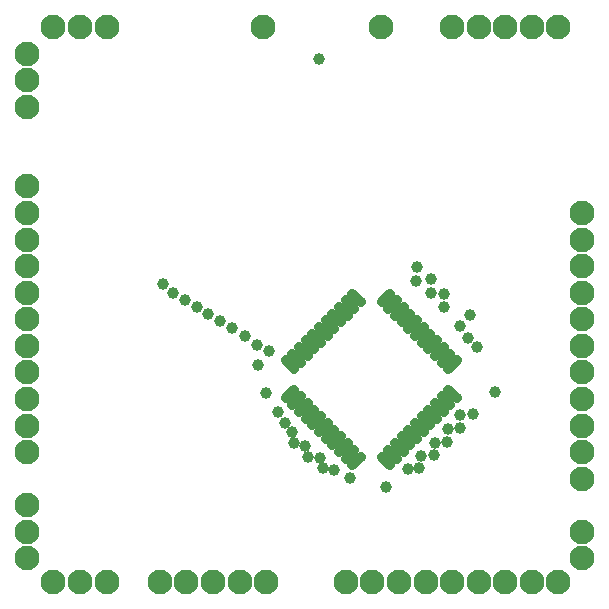
<source format=gbr>
G04 #@! TF.FileFunction,Soldermask,Bot*
%FSLAX46Y46*%
G04 Gerber Fmt 4.6, Leading zero omitted, Abs format (unit mm)*
G04 Created by KiCad (PCBNEW 4.0.1-stable) date Friday, September 23, 2016 'AMt' 01:17:15 AM*
%MOMM*%
G01*
G04 APERTURE LIST*
%ADD10C,0.100000*%
%ADD11C,0.850000*%
%ADD12C,1.000000*%
%ADD13C,2.100000*%
G04 APERTURE END LIST*
D10*
D11*
X124141076Y-75479658D02*
X123398614Y-74737196D01*
X124706761Y-74913973D02*
X123964299Y-74171511D01*
X125272447Y-74348287D02*
X124529985Y-73605825D01*
X125838132Y-73782602D02*
X125095670Y-73040140D01*
X126403818Y-73216916D02*
X125661356Y-72474454D01*
X126969503Y-72651231D02*
X126227041Y-71908769D01*
X127535188Y-72085546D02*
X126792726Y-71343084D01*
X128100874Y-71519860D02*
X127358412Y-70777398D01*
X128666559Y-70954175D02*
X127924097Y-70211713D01*
X129232245Y-70388489D02*
X128489783Y-69646027D01*
X129797930Y-69822804D02*
X129055468Y-69080342D01*
X132272804Y-69080342D02*
X131530342Y-69822804D01*
X132838489Y-69646027D02*
X132096027Y-70388489D01*
X133404175Y-70211713D02*
X132661713Y-70954175D01*
X133969860Y-70777398D02*
X133227398Y-71519860D01*
X134535546Y-71343084D02*
X133793084Y-72085546D01*
X135101231Y-71908769D02*
X134358769Y-72651231D01*
X135666916Y-72474454D02*
X134924454Y-73216916D01*
X136232602Y-73040140D02*
X135490140Y-73782602D01*
X136798287Y-73605825D02*
X136055825Y-74348287D01*
X137363973Y-74171511D02*
X136621511Y-74913973D01*
X137929658Y-74737196D02*
X137187196Y-75479658D01*
X137929658Y-77954532D02*
X137187196Y-77212070D01*
X137363973Y-78520217D02*
X136621511Y-77777755D01*
X136798287Y-79085903D02*
X136055825Y-78343441D01*
X136232602Y-79651588D02*
X135490140Y-78909126D01*
X135666916Y-80217274D02*
X134924454Y-79474812D01*
X135101231Y-80782959D02*
X134358769Y-80040497D01*
X134535546Y-81348644D02*
X133793084Y-80606182D01*
X133969860Y-81914330D02*
X133227398Y-81171868D01*
X133404175Y-82480015D02*
X132661713Y-81737553D01*
X132838489Y-83045701D02*
X132096027Y-82303239D01*
X132272804Y-83611386D02*
X131530342Y-82868924D01*
X129797930Y-82868924D02*
X129055468Y-83611386D01*
X129232245Y-82303239D02*
X128489783Y-83045701D01*
X128666559Y-81737553D02*
X127924097Y-82480015D01*
X128100874Y-81171868D02*
X127358412Y-81914330D01*
X127535188Y-80606182D02*
X126792726Y-81348644D01*
X126969503Y-80040497D02*
X126227041Y-80782959D01*
X126403818Y-79474812D02*
X125661356Y-80217274D01*
X125838132Y-78909126D02*
X125095670Y-79651588D01*
X125272447Y-78343441D02*
X124529985Y-79085903D01*
X124706761Y-77777755D02*
X123964299Y-78520217D01*
X124141076Y-77212070D02*
X123398614Y-77954532D01*
D12*
X126250000Y-49250000D03*
X126250000Y-49250000D03*
D13*
X121500000Y-46500000D03*
X131500000Y-46500000D03*
D12*
X113050000Y-68253146D03*
X113875000Y-69000000D03*
X114925000Y-69600000D03*
X115900000Y-70200000D03*
X116800000Y-70800000D03*
X117825000Y-71400000D03*
X118850000Y-72000000D03*
X119950000Y-72700000D03*
X120975000Y-73395508D03*
X122000000Y-73961193D03*
X121075000Y-75100000D03*
X134493146Y-66850000D03*
X134449517Y-68025000D03*
X135730887Y-67875000D03*
X135675000Y-69062258D03*
X136800000Y-69068629D03*
X136775000Y-70225000D03*
X139000000Y-70900000D03*
X138200000Y-71800000D03*
X138875000Y-72800000D03*
X139600000Y-73600000D03*
X141125000Y-77375000D03*
X139296854Y-79300000D03*
X138200000Y-79334517D03*
X138175000Y-80440887D03*
X137177742Y-80575000D03*
X137096371Y-81625000D03*
X136090000Y-81750000D03*
X135975000Y-82766371D03*
X134855530Y-82800000D03*
X134724160Y-83800000D03*
X133800000Y-83900000D03*
X131872082Y-85450000D03*
X128875000Y-84725000D03*
X127525000Y-84000483D03*
X126529112Y-83875000D03*
X126275000Y-82997742D03*
X125266370Y-82875000D03*
X125025000Y-81975000D03*
X124150000Y-81725000D03*
X123925000Y-80822258D03*
X123350000Y-80000000D03*
X122750000Y-79100000D03*
X121750000Y-77532082D03*
D13*
X101500000Y-53250000D03*
X146500000Y-93500000D03*
X146500000Y-46500000D03*
X144250000Y-93500000D03*
X144250000Y-46500000D03*
X142000000Y-93500000D03*
X142000000Y-46500000D03*
X139750000Y-93500000D03*
X139750000Y-46500000D03*
X137500000Y-93500000D03*
X137500000Y-46500000D03*
X135250000Y-93500000D03*
X133000000Y-93500000D03*
X130750000Y-93500000D03*
X128500000Y-93500000D03*
X121750000Y-93500000D03*
X119500000Y-93500000D03*
X117250000Y-93500000D03*
X115000000Y-93500000D03*
X112750000Y-93500000D03*
X108250000Y-93500000D03*
X108250000Y-46500000D03*
X106000000Y-93500000D03*
X106000000Y-46500000D03*
X103750000Y-93500000D03*
X103750000Y-46500000D03*
X101500000Y-91500000D03*
X148500000Y-91500000D03*
X148500000Y-89250000D03*
X148500000Y-84750000D03*
X148500000Y-82500000D03*
X148500000Y-80250000D03*
X148500000Y-78000000D03*
X148500000Y-75750000D03*
X148500000Y-73500000D03*
X148500000Y-71250000D03*
X148500000Y-69000000D03*
X148500000Y-66750000D03*
X148500000Y-64500000D03*
X148500000Y-62250000D03*
X101500000Y-89250000D03*
X101500000Y-87000000D03*
X101500000Y-82500000D03*
X101500000Y-80250000D03*
X101500000Y-78000000D03*
X101500000Y-75750000D03*
X101500000Y-73500000D03*
X101500000Y-71250000D03*
X101500000Y-69000000D03*
X101500000Y-66750000D03*
X101500000Y-64500000D03*
X101500000Y-62250000D03*
X101500000Y-60000000D03*
X101500000Y-51000000D03*
X101500000Y-48750000D03*
M02*

</source>
